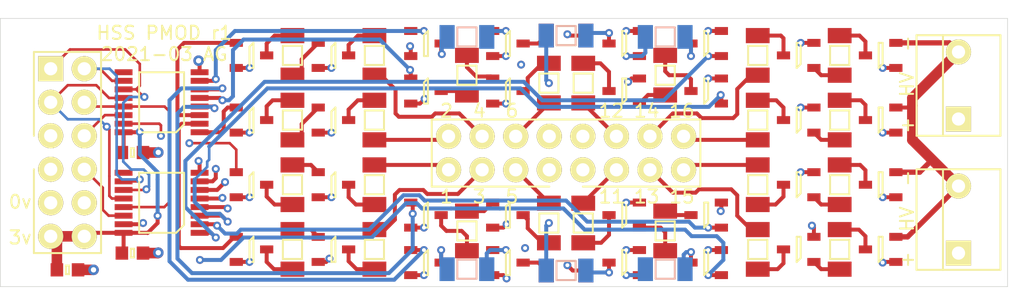
<source format=kicad_pcb>
(kicad_pcb (version 20221018) (generator pcbnew)
  (layers (0 "F.Cu" signal) (1 "In1.Cu" signal) (2 "In2.Cu" signal) (31 "B.Cu" signal) (35 "F.Paste" user) (36 "B.SilkS" user "B.Silkscreen") (37 "F.SilkS" user "F.Silkscreen") (38 "B.Mask" user) (39 "F.Mask" user) (44 "Edge.Cuts" user))
  (net 0 "")
  (net 1 "3v3")
  (net 2 "GND")
  (net 3 "/G1")
  (net 4 "/DS1")
  (net 5 "/~{OE}")
  (net 6 "/STCP")
  (net 7 "/SHCP")
  (net 8 "/~{MR}")
  (net 10 "/G8")
  (net 11 "/G7")
  (net 12 "/G6")
  (net 13 "/G5")
  (net 14 "/G4")
  (net 15 "/G3")
  (net 16 "/G2")
  (net 17 "/G9")
  (net 18 "/DS2")
  (net 20 "/G16")
  (net 21 "/G15")
  (net 22 "/G14")
  (net 23 "/G13")
  (net 24 "/G12")
  (net 25 "/G11")
  (net 26 "/G10")
  (net 27 "HV-")
  (net 28 "HV+")
  (net 29 "/AN16")
  (net 30 "/AN15")
  (net 31 "/AN14")
  (net 32 "/AN13")
  (net 33 "/AN12")
  (net 34 "/AN11")
  (net 35 "/AN10")
  (net 36 "/AN9")
  (net 37 "/AN8")
  (net 38 "/AN7")
  (net 39 "/AN6")
  (net 40 "/AN5")
  (net 41 "/AN4")
  (net 42 "/AN3")
  (net 43 "/AN2")
  (net 44 "/AN1")
  (net 45 "/High-Side Switch 1/AR")
  (net 46 "Net-(Q1-Pad1)")
  (net 47 "Net-(Q2-Pad3)")
  (net 48 "/High-Side Switch 16/AR")
  (net 49 "Net-(Q3-Pad1)")
  (net 50 "Net-(Q4-Pad3)")
  (net 51 "/High-Side Switch 14/AR")
  (net 52 "Net-(Q5-Pad1)")
  (net 53 "Net-(Q6-Pad3)")
  (net 54 "/High-Side Switch 12/AR")
  (net 55 "Net-(Q7-Pad1)")
  (net 56 "Net-(Q8-Pad3)")
  (net 57 "/High-Side Switch 10/AR")
  (net 58 "Net-(Q9-Pad1)")
  (net 59 "Net-(Q10-Pad3)")
  (net 60 "/High-Side Switch 8/AR")
  (net 61 "Net-(Q11-Pad1)")
  (net 62 "Net-(Q12-Pad3)")
  (net 63 "/High-Side Switch 6/AR")
  (net 64 "Net-(Q13-Pad1)")
  (net 65 "Net-(Q14-Pad3)")
  (net 66 "/High-Side Switch 4/AR")
  (net 67 "Net-(Q15-Pad1)")
  (net 68 "Net-(Q16-Pad3)")
  (net 69 "/High-Side Switch 2/AR")
  (net 70 "Net-(Q17-Pad1)")
  (net 71 "Net-(Q18-Pad3)")
  (net 72 "/High-Side Switch 15/AR")
  (net 73 "Net-(Q19-Pad1)")
  (net 74 "Net-(Q20-Pad3)")
  (net 75 "/High-Side Switch 13/AR")
  (net 76 "Net-(Q21-Pad1)")
  (net 77 "Net-(Q22-Pad3)")
  (net 78 "/High-Side Switch 11/AR")
  (net 79 "Net-(Q23-Pad1)")
  (net 80 "Net-(Q24-Pad3)")
  (net 81 "/High-Side Switch 9/AR")
  (net 82 "Net-(Q25-Pad1)")
  (net 83 "Net-(Q26-Pad3)")
  (net 84 "/High-Side Switch 7/AR")
  (net 85 "Net-(Q27-Pad1)")
  (net 86 "Net-(Q28-Pad3)")
  (net 87 "/High-Side Switch 5/AR")
  (net 88 "Net-(Q29-Pad1)")
  (net 89 "Net-(Q30-Pad3)")
  (net 90 "/High-Side Switch 3/AR")
  (net 91 "Net-(Q31-Pad1)")
  (net 92 "Net-(Q32-Pad3)")
  (footprint "agg:1206" (layer "F.Cu") (at 123.7 119.1 90)
    (fp_text reference "R31")
    (fp_text value "1M")
  )
  (footprint "agg:DIL-254P-16" (layer "F.Cu") (at 144.4 111.8)
    (fp_text reference "J4")
    (fp_text value "ANODES")
  )
  (footprint "agg:SOT-23" (layer "F.Cu") (at 168.2 104.4 180)
    (fp_text reference "Q6")
    (fp_text value "DMN60H080DS-7")
  )
  (footprint "agg:SOT-23" (layer "F.Cu") (at 120.6 104.4)
    (fp_text reference "Q16")
    (fp_text value "DMN60H080DS-7")
  )
  (footprint "agg:0603" (layer "F.Cu") (at 111.595 111.76 180)
    (fp_text reference "C1")
    (fp_text value "100n")
  )
  (footprint "agg:1206" (layer "F.Cu") (at 151.9 105.9 -90)
    (fp_text reference "R7")
    (fp_text value "1M")
  )
  (footprint "agg:SOT-23" (layer "F.Cu") (at 126.8 114.2)
    (fp_text reference "Q1")
    (fp_text value "PBHV9050T,215")
  )
  (footprint "agg:SOT-23" (layer "F.Cu") (at 133.8 103.5)
    (fp_text reference "Q12")
    (fp_text value "DMN60H080DS-7")
  )
  (footprint "agg:SOT-23" (layer "F.Cu") (at 148.8 120.1 180)
    (fp_text reference "Q25")
    (fp_text value "PBHV9050T,215")
  )
  (footprint "agg:SOT-23" (layer "F.Cu") (at 168.2 119.1 180)
    (fp_text reference "Q22")
    (fp_text value "DMN60H080DS-7")
  )
  (footprint "agg:SOT-23" (layer "F.Cu") (at 140 116.5)
    (fp_text reference "Q29")
    (fp_text value "PBHV9050T,215")
  )
  (footprint "agg:1206" (layer "F.Cu") (at 129.9 109.3 -90)
    (fp_text reference "R18")
    (fp_text value "93k1")
  )
  (footprint "agg:SOT-23" (layer "F.Cu") (at 126.8 109.3)
    (fp_text reference "Q17")
    (fp_text value "PBHV9050T,215")
  )
  (footprint "agg:1206" (layer "F.Cu") (at 129.9 119.1 90)
    (fp_text reference "R32")
    (fp_text value "93k1")
  )
  (footprint "agg:TSSOP-16" (layer "F.Cu") (at 113.8 107.95 180)
    (fp_text reference "IC1")
    (fp_text value "74HC595")
  )
  (footprint "agg:1206" (layer "F.Cu") (at 165.1 114.2 -90)
    (fp_text reference "R19")
    (fp_text value "1M")
  )
  (footprint "agg:SOT-23" (layer "F.Cu") (at 162 109.3 180)
    (fp_text reference "Q3")
    (fp_text value "PBHV9050T,215")
  )
  (footprint "agg:SOT-23" (layer "F.Cu") (at 148.8 107.1 180)
    (fp_text reference "Q7")
    (fp_text value "PBHV9050T,215")
  )
  (footprint "agg:SOT-23" (layer "F.Cu") (at 155 103.5 180)
    (fp_text reference "Q10")
    (fp_text value "DMN60H080DS-7")
  )
  (footprint "agg:SOT-23" (layer "F.Cu") (at 126.8 119.1)
    (fp_text reference "Q31")
    (fp_text value "PBHV9050T,215")
  )
  (footprint "agg:SOT-23" (layer "F.Cu") (at 140 103.5)
    (fp_text reference "Q11")
    (fp_text value "PBHV9050T,215")
  )
  (footprint "agg:SOT-23" (layer "F.Cu") (at 140 107.1)
    (fp_text reference "Q13")
    (fp_text value "PBHV9050T,215")
  )
  (footprint "agg:SOT-23" (layer "F.Cu") (at 155 120.1 180)
    (fp_text reference "Q26")
    (fp_text value "DMN60H080DS-7")
  )
  (footprint "agg:SOT-23" (layer "F.Cu") (at 120.6 109.3)
    (fp_text reference "Q18")
    (fp_text value "DMN60H080DS-7")
  )
  (footprint "agg:SOT-23" (layer "F.Cu") (at 148.8 116.5 180)
    (fp_text reference "Q23")
    (fp_text value "PBHV9050T,215")
  )
  (footprint "agg:TSSOP-16" (layer "F.Cu") (at 113.8 115.57 180)
    (fp_text reference "IC2")
    (fp_text value "74HC595")
  )
  (footprint "agg:1206" (layer "F.Cu") (at 129.9 114.2 90)
    (fp_text reference "R2")
    (fp_text value "93k1")
  )
  (footprint "agg:1206" (layer "F.Cu") (at 151.9 117.7 -90)
    (fp_text reference "R23")
    (fp_text value "1M")
  )
  (footprint "agg:1206" (layer "F.Cu") (at 158.9 109.3 -90)
    (fp_text reference "R4")
    (fp_text value "93k1")
  )
  (footprint "agg:1206" (layer "F.Cu") (at 123.7 109.3 -90)
    (fp_text reference "R17")
    (fp_text value "1M")
  )
  (footprint "agg:SOT-23" (layer "F.Cu") (at 162 104.4 180)
    (fp_text reference "Q5")
    (fp_text value "PBHV9050T,215")
  )
  (footprint "agg:MOLEX-KK-254P-03" (layer "F.Cu") (at 174.09 106.68 90)
    (fp_text reference "J1")
    (fp_text value "HV")
  )
  (footprint "agg:1206" (layer "F.Cu") (at 165.1 104.4 -90)
    (fp_text reference "R5")
    (fp_text value "1M")
  )
  (footprint "agg:SOT-23" (layer "F.Cu") (at 162 114.2 180)
    (fp_text reference "Q19")
    (fp_text value "PBHV9050T,215")
  )
  (footprint "agg:SOT-23" (layer "F.Cu") (at 148.8 103.5 180)
    (fp_text reference "Q9")
    (fp_text value "PBHV9050T,215")
  )
  (footprint "agg:1206" (layer "F.Cu") (at 136.9 117.7 90)
    (fp_text reference "R29")
    (fp_text value "1M")
  )
  (footprint "agg:SOT-23" (layer "F.Cu") (at 168.2 109.3 180)
    (fp_text reference "Q4")
    (fp_text value "DMN60H080DS-7")
  )
  (footprint "agg:1206" (layer "F.Cu") (at 165.1 119.1 -90)
    (fp_text reference "R21")
    (fp_text value "1M")
  )
  (footprint "agg:SOT-23" (layer "F.Cu") (at 140 120.1)
    (fp_text reference "Q27")
    (fp_text value "PBHV9050T,215")
  )
  (footprint "agg:1206" (layer "F.Cu") (at 143.1 117.1 90)
    (fp_text reference "R30")
    (fp_text value "93k1")
  )
  (footprint "agg:1206" (layer "F.Cu") (at 158.9 119.1 90)
    (fp_text reference "R22")
    (fp_text value "93k1")
  )
  (footprint "agg:SOT-23" (layer "F.Cu") (at 133.8 107.1)
    (fp_text reference "Q14")
    (fp_text value "DMN60H080DS-7")
  )
  (footprint "agg:1206" (layer "F.Cu") (at 145.7 117.1 90)
    (fp_text reference "R24")
    (fp_text value "93k1")
  )
  (footprint "agg:SOT-23" (layer "F.Cu") (at 120.6 114.2)
    (fp_text reference "Q2")
    (fp_text value "DMN60H080DS-7")
  )
  (footprint "agg:1206" (layer "F.Cu") (at 144.4 120.7)
    (fp_text reference "R28")
    (fp_text value "93k1")
  )
  (footprint "agg:SOT-23" (layer "F.Cu") (at 133.8 116.5)
    (fp_text reference "Q30")
    (fp_text value "DMN60H080DS-7")
  )
  (footprint "agg:SOT-23" (layer "F.Cu") (at 120.6 119.1)
    (fp_text reference "Q32")
    (fp_text value "DMN60H080DS-7")
  )
  (footprint "agg:1206" (layer "F.Cu") (at 158.9 114.2 90)
    (fp_text reference "R20")
    (fp_text value "93k1")
  )
  (footprint "agg:SOT-23" (layer "F.Cu") (at 126.8 104.4)
    (fp_text reference "Q15")
    (fp_text value "PBHV9050T,215")
  )
  (footprint "agg:1206" (layer "F.Cu") (at 145.7 106.5 -90)
    (fp_text reference "R8")
    (fp_text value "93k1")
  )
  (footprint "agg:1206" (layer "F.Cu") (at 144.4 102.9)
    (fp_text reference "R12")
    (fp_text value "93k1")
  )
  (footprint "agg:1206" (layer "F.Cu") (at 158.9 104.4 -90)
    (fp_text reference "R6")
    (fp_text value "93k1")
  )
  (footprint "agg:1206" (layer "F.Cu") (at 129.9 104.4 -90)
    (fp_text reference "R16")
    (fp_text value "93k1")
  )
  (footprint "agg:SOT-23" (layer "F.Cu") (at 168.2 114.2 180)
    (fp_text reference "Q20")
    (fp_text value "DMN60H080DS-7")
  )
  (footprint "agg:1206" (layer "F.Cu") (at 143.1 106.5 -90)
    (fp_text reference "R14")
    (fp_text value "93k1")
  )
  (footprint "agg:SOT-23" (layer "F.Cu") (at 162 119.1 180)
    (fp_text reference "Q21")
    (fp_text value "PBHV9050T,215")
  )
  (footprint "agg:0603" (layer "F.Cu") (at 111.595 119.38 180)
    (fp_text reference "C3")
    (fp_text value "100n")
  )
  (footprint "agg:1206" (layer "F.Cu") (at 136.9 105.9 90)
    (fp_text reference "R13")
    (fp_text value "1M")
  )
  (footprint "agg:SOT-23" (layer "F.Cu") (at 155 116.5 180)
    (fp_text reference "Q24")
    (fp_text value "DMN60H080DS-7")
  )
  (footprint "agg:1206" (layer "F.Cu") (at 123.7 104.4 -90)
    (fp_text reference "R15")
    (fp_text value "1M")
  )
  (footprint "agg:1206" (layer "F.Cu") (at 165.1 109.3 -90)
    (fp_text reference "R3")
    (fp_text value "1M")
  )
  (footprint "agg:MOLEX-KK-254P-03" (layer "F.Cu") (at 174.09 116.84 90)
    (fp_text reference "J2")
    (fp_text value "HV")
  )
  (footprint "agg:SOT-23" (layer "F.Cu") (at 155 107.1 180)
    (fp_text reference "Q8")
    (fp_text value "DMN60H080DS-7")
  )
  (footprint "agg:1206" (layer "F.Cu") (at 123.7 114.2 90)
    (fp_text reference "R1")
    (fp_text value "1M")
  )
  (footprint "agg:0603" (layer "F.Cu") (at 106.68 120.65)
    (fp_text reference "C2")
    (fp_text value "100n")
  )
  (footprint "agg:DIL-254P-12" (layer "F.Cu") (at 106.68 111.76 -90)
    (fp_text reference "J3")
    (fp_text value "PMOD")
  )
  (footprint "agg:SOT-23" (layer "F.Cu") (at 133.8 120.1)
    (fp_text reference "Q28")
    (fp_text value "DMN60H080DS-7")
  )
  (footprint "agg:1206" (layer "B.Cu") (at 144.4 102.9 180)
    (fp_text reference "R10")
    (fp_text value "93k1")
  )
  (footprint "agg:1206" (layer "B.Cu") (at 136.9 103)
    (fp_text reference "R11")
    (fp_text value "1M")
  )
  (footprint "agg:1206" (layer "B.Cu") (at 136.9 120.6)
    (fp_text reference "R27")
    (fp_text value "1M")
  )
  (footprint "agg:1206" (layer "B.Cu") (at 151.9 120.6 180)
    (fp_text reference "R25")
    (fp_text value "1M")
  )
  (footprint "agg:1206" (layer "B.Cu") (at 151.9 103 180)
    (fp_text reference "R9")
    (fp_text value "1M")
  )
  (footprint "agg:1206" (layer "B.Cu") (at 144.4 120.7 180)
    (fp_text reference "R26")
    (fp_text value "93k1")
  )
  (gr_line (start 177.8 101.6) (end 101.6 101.6) (stroke (width 0.05)) (layer "Edge.Cuts"))
  (gr_line (start 101.6 121.92) (end 177.8 121.92) (stroke (width 0.05)) (layer "Edge.Cuts"))
  (gr_line (start 177.8 121.92) (end 177.8 101.6) (stroke (width 0.05)) (layer "Edge.Cuts"))
  (gr_line (start 101.6 101.6) (end 101.6 121.92) (stroke (width 0.05)) (layer "Edge.Cuts"))
  (gr_text "3v" (at 103.1 118.2) (layer "F.SilkS") (effects (font (size 1 1))))
  (gr_text "1  3  5        11 13 15" (at 144.5 115.1) (layer "F.SilkS") (effects (font (size 1 1))))
  (gr_text "2  4  6        12 14 16" (at 144.5 108.6) (layer "F.SilkS") (effects (font (size 1 1))))
  (gr_text "0v" (at 103.1 115.5) (layer "F.SilkS") (effects (font (size 1 1))))
  (gr_text "+  HV  -" (at 170.2 116.8 90) (layer "F.SilkS") (effects (font (size 1 1))))
  (gr_text "HSS PMOD r1\n2021-03 AG" (at 114 103.5) (layer "F.SilkS") (effects (font (size 1 1))))
  (gr_text "+  HV  -" (at 170.2 106.6 90) (layer "F.SilkS") (effects (font (size 1 1))))
  (segment (start 112.125 110.225) (end 112.15 110.2) (width 0.3) (layer "F.Cu") (net 1))
  (segment (start 110.925 110.225) (end 110.925 111.63) (width 0.3) (layer "F.Cu") (net 1))
  (segment (start 105.88 118.58) (end 105.41 118.11) (width 0.8) (layer "F.Cu") (net 1))
  (segment (start 110.925 117.845) (end 108.215 117.845) (width 0.3) (layer "F.Cu") (net 1))
  (segment (start 110.925 117.845) (end 110.925 119.25) (width 0.3) (layer "F.Cu") (net 1))
  (segment (start 113.5 117.1) (end 112.75 117.85) (width 0.3) (layer "F.Cu") (net 1))
  (segment (start 105.41 118.11) (end 107.95 118.11) (width 0.8) (layer "F.Cu") (net 1))
  (segment (start 112.745 117.845) (end 110.925 117.845) (width 0.3) (layer "F.Cu") (net 1))
  (segment (start 110.925 110.225) (end 112.125 110.225) (width 0.3) (layer "F.Cu") (net 1))
  (segment (start 110.925 111.63) (end 110.795 111.76) (width 0.3) (layer "F.Cu") (net 1))
  (segment (start 105.88 120.65) (end 105.88 118.58) (width 0.8) (layer "F.Cu") (net 1))
  (segment (start 113.5 116.55) (end 113.5 117.1) (width 0.3) (layer "F.Cu") (net 1))
  (segment (start 112.75 117.85) (end 112.745 117.845) (width 0.3) (layer "F.Cu") (net 1))
  (segment (start 108.215 117.845) (end 107.95 118.11) (width 0.3) (layer "F.Cu") (net 1))
  (segment (start 110.925 119.25) (end 110.795 119.38) (width 0.3) (layer "F.Cu") (net 1))
  (via (at 113.5 116.55) (size 0.6) (drill 0.3) (layers "F.Cu" "B.Cu") (net 1))
  (via (at 112.15 110.2) (size 0.6) (drill 0.3) (layers "F.Cu" "B.Cu") (net 1))
  (segment (start 113.2 112.95) (end 113.5 113.25) (width 0.3) (layer "B.Cu") (net 1))
  (segment (start 113.5 113.8) (end 113.5 116.55) (width 0.3) (layer "B.Cu") (net 1))
  (segment (start 113.5 113.25) (end 113.5 113.8) (width 0.3) (layer "B.Cu") (net 1))
  (segment (start 112.15 110.2) (end 112.15 111.9) (width 0.3) (layer "B.Cu") (net 1))
  (segment (start 112.15 111.9) (end 113.2 112.95) (width 0.3) (layer "B.Cu") (net 1))
  (segment (start 116.675 104.875) (end 116.6 104.8) (width 0.3) (layer "F.Cu") (net 2))
  (segment (start 116.675 105.675) (end 116.675 104.875) (width 0.3) (layer "F.Cu") (net 2))
  (segment (start 112.395 111.76) (end 113.54 111.76) (width 0.8) (layer "F.Cu") (net 2))
  (segment (start 107.48 120.65) (end 108.65 120.65) (width 0.8) (layer "F.Cu") (net 2))
  (segment (start 113.54 111.76) (end 113.55 111.75) (width 0.8) (layer "F.Cu") (net 2))
  (segment (start 112.395 119.38) (end 113.52 119.38) (width 0.8) (layer "F.Cu") (net 2))
  (segment (start 113.52 119.38) (end 113.55 119.35) (width 0.8) (layer "F.Cu") (net 2))
  (segment (start 116.675 112.475) (end 116.6 112.4) (width 0.3) (layer "F.Cu") (net 2))
  (segment (start 116.675 113.295) (end 116.675 112.475) (width 0.3) (layer "F.Cu") (net 2))
  (via (at 113.55 119.35) (size 0.8) (drill 0.4) (layers "F.Cu" "B.Cu") (net 2))
  (via (at 108.65 120.65) (size 0.8) (drill 0.4) (layers "F.Cu" "B.Cu") (net 2))
  (via (at 113.55 111.75) (size 0.8) (drill 0.4) (layers "F.Cu" "B.Cu") (net 2))
  (via (at 116.6 112.4) (size 0.6) (drill 0.3) (layers "F.Cu" "B.Cu") (net 2))
  (via (at 116.6 104.8) (size 0.8) (drill 0.4) (layers "F.Cu" "B.Cu") (net 2))
  (segment (start 113.625 109.575) (end 113.7 109.65) (width 0.2) (layer "F.Cu") (net 3))
  (segment (start 119.45 111.55) (end 119.45 113.25) (width 0.2) (layer "F.Cu") (net 3))
  (segment (start 113.7 109.65) (end 113.75 109.7) (width 0.2) (layer "F.Cu") (net 3))
  (segment (start 118.95 111.05) (end 119.45 111.55) (width 0.2) (layer "F.Cu") (net 3))
  (segment (start 115.9 111.05) (end 118.95 111.05) (width 0.2) (layer "F.Cu") (net 3))
  (segment (start 113.75 109.7) (end 113.75 110.5) (width 0.2) (layer "F.Cu") (net 3))
  (segment (start 110.925 109.575) (end 113.625 109.575) (width 0.2) (layer "F.Cu") (net 3))
  (via (at 115.9 111.05) (size 0.6) (drill 0.3) (layers "F.Cu" "B.Cu") (net 3))
  (via (at 113.75 110.5) (size 0.6) (drill 0.3) (layers "F.Cu" "B.Cu") (net 3))
  (segment (start 109.515 108.925) (end 107.95 110.49) (width 0.2) (layer "F.Cu") (net 4))
  (segment (start 110.925 108.925) (end 109.515 108.925) (width 0.2) (layer "F.Cu") (net 4))
  (segment (start 110.925 108.275) (end 114.025 108.275) (width 0.2) (layer "F.Cu") (net 5))
  (segment (start 114.45 108.7) (end 114.45 115.45) (width 0.2) (layer "F.Cu") (net 5))
  (segment (start 108.275 108.275) (end 107.95 107.95) (width 0.2) (layer "F.Cu") (net 5))
  (segment (start 110.925 108.275) (end 108.275 108.275) (width 0.2) (layer "F.Cu") (net 5))
  (segment (start 114.025 108.275) (end 114.45 108.7) (width 0.2) (layer "F.Cu") (net 5))
  (segment (start 114.45 115.45) (end 114.005 115.895) (width 0.2) (layer "F.Cu") (net 5))
  (segment (start 114.005 115.895) (end 110.925 115.895) (width 0.2) (layer "F.Cu") (net 5))
  (segment (start 109.825 107.625) (end 108.860011 106.660011) (width 0.2) (layer "F.Cu") (net 6))
  (segment (start 109.85 115.05) (end 109.85 113.55) (width 0.2) (layer "F.Cu") (net 6))
  (segment (start 106.699989 106.660011) (end 105.41 107.95) (width 0.2) (layer "F.Cu") (net 6))
  (segment (start 110.045 115.245) (end 109.85 115.05) (width 0.2) (layer "F.Cu") (net 6))
  (segment (start 110.925 115.245) (end 110.045 115.245) (width 0.2) (layer "F.Cu") (net 6))
  (segment (start 109.85 113.55) (end 109.85 110) (width 0.2) (layer "F.Cu") (net 6))
  (segment (start 109.85 110) (end 109.65 109.8) (width 0.2) (layer "F.Cu") (net 6))
  (segment (start 108.860011 106.660011) (end 106.699989 106.660011) (width 0.2) (layer "F.Cu") (net 6))
  (segment (start 110.925 107.625) (end 109.825 107.625) (width 0.2) (layer "F.Cu") (net 6))
  (via (at 109.65 109.8) (size 0.6) (drill 0.3) (layers "F.Cu" "B.Cu") (net 6))
  (segment (start 106.699989 109.239989) (end 105.41 107.95) (width 0.2) (layer "B.Cu") (net 6))
  (segment (start 109.089989 109.239989) (end 106.699989 109.239989) (width 0.2) (layer "B.Cu") (net 6))
  (segment (start 109.65 109.8) (end 109.089989 109.239989) (width 0.2) (layer "B.Cu") (net 6))
  (segment (start 112.605 114.595) (end 112.65 114.55) (width 0.2) (layer "F.Cu") (net 7))
  (segment (start 112.5 107.55) (end 112.45 107.55) (width 0.2) (layer "F.Cu") (net 7))
  (segment (start 111.05 103.95) (end 112.15 105.05) (width 0.2) (layer "F.Cu") (net 7))
  (segment (start 111.875 106.975) (end 110.925 106.975) (width 0.2) (layer "F.Cu") (net 7))
  (segment (start 106.87 103.95) (end 111.05 103.95) (width 0.2) (layer "F.Cu") (net 7))
  (segment (start 112.15 106.7) (end 111.875 106.975) (width 0.2) (layer "F.Cu") (net 7))
  (segment (start 110.925 114.595) (end 112.605 114.595) (width 0.2) (layer "F.Cu") (net 7))
  (segment (start 112.15 105.05) (end 112.15 106.7) (width 0.2) (layer "F.Cu") (net 7))
  (segment (start 112.45 107.55) (end 111.875 106.975) (width 0.2) (layer "F.Cu") (net 7))
  (segment (start 105.41 105.41) (end 106.87 103.95) (width 0.2) (layer "F.Cu") (net 7))
  (via (at 112.65 114.55) (size 0.6) (drill 0.3) (layers "F.Cu" "B.Cu") (net 7))
  (via (at 112.5 107.55) (size 0.6) (drill 0.3) (layers "F.Cu" "B.Cu") (net 7))
  (segment (start 112.85 114.35) (end 112.85 113.45) (width 0.2) (layer "B.Cu") (net 7))
  (segment (start 112.65 114.55) (end 112.85 114.35) (width 0.2) (layer "B.Cu") (net 7))
  (segment (start 111.35 107.55) (end 112.5 107.55) (width 0.2) (layer "B.Cu") (net 7))
  (segment (start 111.5 113.05) (end 110.9 112.45) (width 0.2) (layer "B.Cu") (net 7))
  (segment (start 110.9 112.45) (end 110.9 108) (width 0.2) (layer "B.Cu") (net 7))
  (segment (start 112.45 113.05) (end 111.5 113.05) (width 0.2) (layer "B.Cu") (net 7))
  (segment (start 110.9 108) (end 111.35 107.55) (width 0.2) (layer "B.Cu") (net 7))
  (segment (start 112.85 113.45) (end 112.45 113.05) (width 0.2) (layer "B.Cu") (net 7))
  (segment (start 112.005 113.945) (end 112.15 113.8) (width 0.2) (layer "F.Cu") (net 8))
  (segment (start 110.925 113.945) (end 112.005 113.945) (width 0.2) (layer "F.Cu") (net 8))
  (segment (start 110.05 106.325) (end 109.135 105.41) (width 0.2) (layer "F.Cu") (net 8))
  (segment (start 109.135 105.41) (end 107.95 105.41) (width 0.2) (layer "F.Cu") (net 8))
  (segment (start 110.925 106.325) (end 110.05 106.325) (width 0.2) (layer "F.Cu") (net 8))
  (via (at 112.15 113.8) (size 0.6) (drill 0.3) (layers "F.Cu" "B.Cu") (net 8))
  (segment (start 109.84 105.41) (end 107.95 105.41) (width 0.2) (layer "B.Cu") (net 8))
  (segment (start 112.15 113.8) (end 110.8 113.8) (width 0.2) (layer "B.Cu") (net 8))
  (segment (start 110.4 105.95) (end 109.85 105.4) (width 0.2) (layer "B.Cu") (net 8))
  (segment (start 110.8 113.8) (end 110.4 113.4) (width 0.2) (layer "B.Cu") (net 8))
  (segment (start 110.4 113.4) (end 110.4 105.95) (width 0.2) (layer "B.Cu") (net 8))
  (segment (start 109.85 105.4) (end 109.84 105.41) (width 0.2) (layer "B.Cu") (net 8))
  (segment (start 116.675 106.325) (end 117.775 106.325) (width 0.3) (layer "F.Cu") (net 10))
  (segment (start 132.65 102.55) (end 133.65 102.55) (width 0.3) (layer "F.Cu") (net 10))
  (segment (start 117.775 106.325) (end 117.9 106.2) (width 0.3) (layer "F.Cu") (net 10))
  (via (at 133.65 102.55) (size 0.6) (drill 0.3) (layers "F.Cu" "B.Cu") (net 10))
  (via (at 117.9 106.2) (size 0.6) (drill 0.3) (layers "F.Cu" "B.Cu") (net 10))
  (segment (start 119.35 102.55) (end 117.9 104) (width 0.3) (layer "B.Cu") (net 10))
  (segment (start 117.9 104) (end 117.9 106.2) (width 0.3) (layer "B.Cu") (net 10))
  (segment (start 133.65 102.55) (end 119.35 102.55) (width 0.3) (layer "B.Cu") (net 10))
  (segment (start 116.675 106.975) (end 118.325 106.975) (width 0.3) (layer "F.Cu") (net 11))
  (segment (start 118.325 106.975) (end 118.4 106.9) (width 0.3) (layer "F.Cu") (net 11))
  (segment (start 132.65 119.15) (end 133.65 119.15) (width 0.3) (layer "F.Cu") (net 11))
  (via (at 118.4 106.9) (size 0.6) (drill 0.3) (layers "F.Cu" "B.Cu") (net 11))
  (via (at 133.65 119.15) (size 0.6) (drill 0.3) (layers "F.Cu" "B.Cu") (net 11))
  (segment (start 115.3 106.9) (end 118.4 106.9) (width 0.3) (layer "B.Cu") (net 11))
  (segment (start 131.4 121.4) (end 115.8 121.4) (width 0.3) (layer "B.Cu") (net 11))
  (segment (start 115.8 121.4) (end 114.4 120) (width 0.3) (layer "B.Cu") (net 11))
  (segment (start 114.4 107.8) (end 115.3 106.9) (width 0.3) (layer "B.Cu") (net 11))
  (segment (start 133.65 119.15) (end 131.4 121.4) (width 0.3) (layer "B.Cu") (net 11))
  (segment (start 114.4 120) (end 114.4 107.8) (width 0.3) (layer "B.Cu") (net 11))
  (segment (start 118.225 107.625) (end 118.4 107.8) (width 0.3) (layer "F.Cu") (net 12))
  (segment (start 116.675 107.625) (end 118.225 107.625) (width 0.3) (layer "F.Cu") (net 12))
  (segment (start 132.65 106.15) (end 132.65 105.55) (width 0.3) (layer "F.Cu") (net 12))
  (segment (start 132.65 105.55) (end 132.6 105.5) (width 0.3) (layer "F.Cu") (net 12))
  (via (at 132.6 105.5) (size 0.6) (drill 0.3) (layers "F.Cu" "B.Cu") (net 12))
  (via (at 118.4 107.8) (size 0.6) (drill 0.3) (layers "F.Cu" "B.Cu") (net 12))
  (segment (start 130.3 103.2) (end 132.6 105.5) (width 0.3) (layer "B.Cu") (net 12))
  (segment (start 120 103.2) (end 119.2 104) (width 0.3) (layer "B.Cu") (net 12))
  (segment (start 119.2 107.5) (end 118.9 107.8) (width 0.3) (layer "B.Cu") (net 12))
  (segment (start 119.2 104) (end 119.2 107.5) (width 0.3) (layer "B.Cu") (net 12))
  (segment (start 118.9 107.8) (end 118.4 107.8) (width 0.3) (layer "B.Cu") (net 12))
  (segment (start 120 103.2) (end 130.3 103.2) (width 0.3) (layer "B.Cu") (net 12))
  (segment (start 132.8 116.4) (end 132.8 115.7) (width 0.3) (layer "F.Cu") (net 13))
  (segment (start 116.675 108.275) (end 117.675 108.275) (width 0.3) (layer "F.Cu") (net 13))
  (segment (start 132.8 115.7) (end 132.65 115.55) (width 0.3) (layer "F.Cu") (net 13))
  (segment (start 117.675 108.275) (end 117.8 108.4) (width 0.3) (layer "F.Cu") (net 13))
  (via (at 117.8 108.4) (size 0.6) (drill 0.3) (layers "F.Cu" "B.Cu") (net 13))
  (via (at 132.8 116.4) (size 0.6) (drill 0.3) (layers "F.Cu" "B.Cu") (net 13))
  (segment (start 116.1 120.9) (end 115 119.8) (width 0.3) (layer "B.Cu") (net 13))
  (segment (start 117.7 108.3) (end 117.8 108.4) (width 0.3) (layer "B.Cu") (net 13))
  (segment (start 132.8 116.4) (end 132.8 119.1) (width 0.3) (layer "B.Cu") (net 13))
  (segment (start 115 119.8) (end 115 108.8) (width 0.3) (layer "B.Cu") (net 13))
  (segment (start 115 108.8) (end 115.5 108.3) (width 0.3) (layer "B.Cu") (net 13))
  (segment (start 131 120.9) (end 116.1 120.9) (width 0.3) (layer "B.Cu") (net 13))
  (segment (start 132.8 119.1) (end 131 120.9) (width 0.3) (layer "B.Cu") (net 13))
  (segment (start 115.5 108.3) (end 117.7 108.3) (width 0.3) (layer "B.Cu") (net 13))
  (segment (start 115.225 108.925) (end 115 108.7) (width 0.3) (layer "F.Cu") (net 14))
  (segment (start 115 103.95) (end 115.5 103.45) (width 0.3) (layer "F.Cu") (net 14))
  (segment (start 115.5 103.45) (end 119.45 103.45) (width 0.3) (layer "F.Cu") (net 14))
  (segment (start 116.675 108.925) (end 115.225 108.925) (width 0.3) (layer "F.Cu") (net 14))
  (segment (start 115 108.7) (end 115 103.95) (width 0.3) (layer "F.Cu") (net 14))
  (segment (start 118.45 119) (end 119.3 118.15) (width 0.3) (layer "F.Cu") (net 15))
  (segment (start 115.1 109.8) (end 115.1 118.85) (width 0.3) (layer "F.Cu") (net 15))
  (segment (start 115.1 118.85) (end 115.25 119) (width 0.3) (layer "F.Cu") (net 15))
  (segment (start 115.325 109.575) (end 115.1 109.8) (width 0.3) (layer "F.Cu") (net 15))
  (segment (start 115.25 119) (end 118.45 119) (width 0.3) (layer "F.Cu") (net 15))
  (segment (start 119.3 118.15) (end 119.45 118.15) (width 0.3) (layer "F.Cu") (net 15))
  (segment (start 116.675 109.575) (end 115.325 109.575) (width 0.3) (layer "F.Cu") (net 15))
  (segment (start 116.675 110.225) (end 118.275 110.225) (width 0.3) (layer "F.Cu") (net 16))
  (segment (start 118.8 108.35) (end 119.45 108.35) (width 0.3) (layer "F.Cu") (net 16))
  (segment (start 118.5 110) (end 118.5 108.65) (width 0.3) (layer "F.Cu") (net 16))
  (segment (start 118.5 108.65) (end 118.8 108.35) (width 0.3) (layer "F.Cu") (net 16))
  (segment (start 118.275 110.225) (end 118.5 110) (width 0.3) (layer "F.Cu") (net 16))
  (segment (start 110.925 117.195) (end 112.305 117.195) (width 0.3) (layer "F.Cu") (net 17))
  (segment (start 112.305 117.195) (end 112.4 117.1) (width 0.3) (layer "F.Cu") (net 17))
  (segment (start 156.15 121.05) (end 155.15 121.05) (width 0.3) (layer "F.Cu") (net 17))
  (via (at 155.15 121.05) (size 0.6) (drill 0.3) (layers "F.Cu" "B.Cu") (net 17))
  (via (at 112.4 117.1) (size 0.6) (drill 0.3) (layers "F.Cu" "B.Cu") (net 17))
  (via (at 116.7 119.9) (size 0.6) (drill 0.3) (layers "F.Cu" "B.Cu") (net 17))
  (segment (start 156.3 118.6) (end 155.9 118.2) (width 0.3) (layer "B.Cu") (net 17))
  (segment (start 155.8 118.1) (end 153.9 118.1) (width 0.3) (layer "B.Cu") (net 17))
  (segment (start 156.3 119.3) (end 156.3 118.6) (width 0.3) (layer "B.Cu") (net 17))
  (segment (start 133.2 115.7) (end 133.1 115.6) (width 0.3) (layer "B.Cu") (net 17))
  (segment (start 125 118.2) (end 120 118.2) (width 0.3) (layer "B.Cu") (net 17))
  (segment (start 129.7 118.2) (end 125 118.2) (width 0.3) (layer "B.Cu") (net 17))
  (segment (start 118.7 119.5) (end 118.3 119.9) (width 0.3) (layer "B.Cu") (net 17))
  (segment (start 155.9 118.2) (end 155.8 118.1) (width 0.3) (layer "B.Cu") (net 17))
  (segment (start 132.3 115.6) (end 129.7 118.2) (width 0.3) (layer "B.Cu") (net 17))
  (segment (start 155.15 121.05) (end 156.3 119.9) (width 0.3) (layer "B.Cu") (net 17))
  (segment (start 147.7 117.6) (end 145.8 117.6) (width 0.3) (layer "B.Cu") (net 17))
  (segment (start 139.4 116) (end 135.7 116) (width 0.3) (layer "B.Cu") (net 17))
  (segment (start 133.5 116) (end 133.2 115.7) (width 0.3) (layer "B.Cu") (net 17))
  (segment (start 133.1 115.6) (end 132.3 115.6) (width 0.3) (layer "B.Cu") (net 17))
  (segment (start 144.2 116) (end 139.4 116) (width 0.3) (layer "B.Cu") (net 17))
  (segment (start 153.9 118.1) (end 153.4 117.6) (width 0.3) (layer "B.Cu") (net 17))
  (segment (start 144.3 116.1) (end 144.2 116) (width 0.3) (layer "B.Cu") (net 17))
  (segment (start 153.4 117.6) (end 147.7 117.6) (width 0.3) (layer "B.Cu") (net 17))
  (segment (start 120 118.2) (end 118.7 119.5) (width 0.3) (layer "B.Cu") (net 17))
  (segment (start 118.3 119.9) (end 116.7 119.9) (width 0.3) (layer "B.Cu") (net 17))
  (segment (start 135.7 116) (end 133.5 116) (width 0.3) (layer "B.Cu") (net 17))
  (segment (start 156.3 119.9) (end 156.3 119.3) (width 0.3) (layer "B.Cu") (net 17))
  (segment (start 145.8 117.6) (end 144.3 116.1) (width 0.3) (layer "B.Cu") (net 17))
  (segment (start 109.35 114.43) (end 107.95 113.03) (width 0.2) (layer "F.Cu") (net 18))
  (segment (start 109.795 116.545) (end 109.35 116.1) (width 0.2) (layer "F.Cu") (net 18))
  (segment (start 109.35 116.1) (end 109.35 114.43) (width 0.2) (layer "F.Cu") (net 18))
  (segment (start 110.925 116.545) (end 109.795 116.545) (width 0.2) (layer "F.Cu") (net 18))
  (segment (start 116.675 113.945) (end 117.655 113.945) (width 0.3) (layer "F.Cu") (net 20))
  (segment (start 169.35 110.25) (end 168.35 110.25) (width 0.3) (layer "F.Cu") (net 20))
  (segment (start 117.655 113.945) (end 117.9 113.7) (width 0.3) (layer "F.Cu") (net 20))
  (segment (start 117.9 113.7) (end 117.9 113) (width 0.3) (layer "F.Cu") (net 20))
  (via (at 168.35 110.25) (size 0.6) (drill 0.3) (layers "F.Cu" "B.Cu") (net 20))
  (via (at 117.9 113) (size 0.6) (drill 0.3) (layers "F.Cu" "B.Cu") (net 20))
  (segment (start 116.675 114.595) (end 118.005 114.595) (width 0.3) (layer "F.Cu") (net 21))
  (segment (start 169.35 115.15) (end 168.35 115.15) (width 0.3) (layer "F.Cu") (net 21))
  (segment (start 118.005 114.595) (end 118.6 114) (width 0.3) (layer "F.Cu") (net 21))
  (via (at 168.35 115.15) (size 0.6) (drill 0.3) (layers "F.Cu" "B.Cu") (net 21))
  (via (at 118.6 114) (size 0.6) (drill 0.3) (layers "F.Cu" "B.Cu") (net 21))
  (segment (start 169.35 105.35) (end 168.35 105.35) (width 0.3) (layer "F.Cu") (net 22))
  (segment (start 118.355 115.245) (end 118.4 115.2) (width 0.3) (layer "F.Cu") (net 22))
  (segment (start 116.675 115.245) (end 118.355 115.245) (width 0.3) (layer "F.Cu") (net 22))
  (via (at 118.4 115.2) (size 0.6) (drill 0.3) (layers "F.Cu" "B.Cu") (net 22))
  (via (at 168.35 105.35) (size 0.6) (drill 0.3) (layers "F.Cu" "B.Cu") (net 22))
  (segment (start 118.695 115.895) (end 118.8 116) (width 0.3) (layer "F.Cu") (net 23))
  (segment (start 169.35 120.05) (end 168.4 120.05) (width 0.3) (layer "F.Cu") (net 23))
  (segment (start 168.4 120.05) (end 168.35 120.1) (width 0.3) (layer "F.Cu") (net 23))
  (segment (start 116.675 115.895) (end 118.695 115.895) (width 0.3) (layer "F.Cu") (net 23))
  (via (at 168.35 120.1) (size 0.6) (drill 0.3) (layers "F.Cu" "B.Cu") (net 23))
  (via (at 118.8 116) (size 0.6) (drill 0.3) (layers "F.Cu" "B.Cu") (net 23))
  (segment (start 118.345 116.545) (end 118.8 117) (width 0.3) (layer "F.Cu") (net 24))
  (segment (start 156.15 107.45) (end 156.1 107.4) (width 0.3) (layer "F.Cu") (net 24))
  (segment (start 116.675 116.545) (end 118.345 116.545) (width 0.3) (layer "F.Cu") (net 24))
  (segment (start 156.15 108.05) (end 156.15 107.45) (width 0.3) (layer "F.Cu") (net 24))
  (via (at 156.1 107.4) (size 0.6) (drill 0.3) (layers "F.Cu" "B.Cu") (net 24))
  (via (at 118.8 117) (size 0.6) (drill 0.3) (layers "F.Cu" "B.Cu") (net 24))
  (segment (start 117.249989 112.850011) (end 116.3 113.8) (width 0.2) (layer "B.Cu") (net 24))
  (segment (start 116.3 113.8) (end 116.3 115.5) (width 0.3) (layer "B.Cu") (net 24))
  (segment (start 140.95 106.9) (end 142.35 108.3) (width 0.3) (layer "B.Cu") (net 24))
  (segment (start 118.2 116.4) (end 118.8 117) (width 0.3) (layer "B.Cu") (net 24))
  (segment (start 142.35 108.3) (end 155.2 108.3) (width 0.3) (layer "B.Cu") (net 24))
  (segment (start 117.2 116.4) (end 118.2 116.4) (width 0.3) (layer "B.Cu") (net 24))
  (segment (start 116.3 115.5) (end 117.2 116.4) (width 0.3) (layer "B.Cu") (net 24))
  (segment (start 117.4 111.302127) (end 121.802127 106.9) (width 0.3) (layer "B.Cu") (net 24))
  (segment (start 117.4 111.302127) (end 117.4 112.3) (width 0.2) (layer "B.Cu") (net 24))
  (segment (start 155.2 108.3) (end 156.1 107.4) (width 0.3) (layer "B.Cu") (net 24))
  (segment (start 121.802127 106.9) (end 140.95 106.9) (width 0.3) (layer "B.Cu") (net 24))
  (segment (start 117.249989 112.450011) (end 117.249989 112.850011) (width 0.2) (layer "B.Cu") (net 24))
  (segment (start 117.4 112.3) (end 117.249989 112.450011) (width 0.2) (layer "B.Cu") (net 24))
  (segment (start 117.895 117.195) (end 118 117.3) (width 0.3) (layer "F.Cu") (net 25))
  (segment (start 156.15 117.45) (end 155.15 117.45) (width 0.3) (layer "F.Cu") (net 25))
  (segment (start 116.675 117.195) (end 117.895 117.195) (width 0.3) (layer "F.Cu") (net 25))
  (via (at 118 117.3) (size 0.6) (drill 0.3) (layers "F.Cu" "B.Cu") (net 25))
  (via (at 155.15 117.45) (size 0.6) (drill 0.3) (layers "F.Cu" "B.Cu") (net 25))
  (segment (start 132.1 115) (end 129.5 117.6) (width 0.3) (layer "B.Cu") (net 25))
  (segment (start 146 117) (end 144.4 115.4) (width 0.3) (layer "B.Cu") (net 25))
  (segment (start 118.6 117.9) (end 118 117.3) (width 0.3) (layer "B.Cu") (net 25))
  (segment (start 153.7 117) (end 146 117) (width 0.3) (layer "B.Cu") (net 25))
  (segment (start 155.15 117.45) (end 154.15 117.45) (width 0.3) (layer "B.Cu") (net 25))
  (segment (start 133.3 115) (end 132.1 115) (width 0.3) (layer "B.Cu") (net 25))
  (segment (start 119.5 117.9) (end 118.6 117.9) (width 0.3) (layer "B.Cu") (net 25))
  (segment (start 144.4 115.4) (end 133.7 115.4) (width 0.3) (layer "B.Cu") (net 25))
  (segment (start 154.15 117.45) (end 153.7 117) (width 0.3) (layer "B.Cu") (net 25))
  (segment (start 119.8 117.6) (end 119.5 117.9) (width 0.3) (layer "B.Cu") (net 25))
  (segment (start 129.5 117.6) (end 119.8 117.6) (width 0.3) (layer "B.Cu") (net 25))
  (segment (start 133.7 115.4) (end 133.3 115) (width 0.3) (layer "B.Cu") (net 25))
  (segment (start 156.15 104.45) (end 155.15 104.45) (width 0.3) (layer "F.Cu") (net 26))
  (segment (start 116.675 117.845) (end 117.545 117.845) (width 0.3) (layer "F.Cu") (net 26))
  (segment (start 117.545 117.845) (end 117.9 118.2) (width 0.3) (layer "F.Cu") (net 26))
  (via (at 117.9 118.2) (size 0.6) (drill 0.3) (layers "F.Cu" "B.Cu") (net 26))
  (via (at 155.15 104.45) (size 0.6) (drill 0.3) (layers "F.Cu" "B.Cu") (net 26))
  (segment (start 151.8 107.8) (end 142.6 107.8) (width 0.3) (layer "B.Cu") (net 26))
  (segment (start 121.594991 106.4) (end 115.6 112.394991) (width 0.3) (layer "B.Cu") (net 26))
  (segment (start 141.2 106.4) (end 121.594991 106.4) (width 0.3) (layer "B.Cu") (net 26))
  (segment (start 155.15 104.45) (end 151.8 107.8) (width 0.3) (layer "B.Cu") (net 26))
  (segment (start 115.6 115.9) (end 117.9 118.2) (width 0.3) (layer "B.Cu") (net 26))
  (segment (start 115.6 112.394991) (end 115.6 115.9) (width 0.3) (layer "B.Cu") (net 26))
  (segment (start 142.6 107.8) (end 141.2 106.4) (width 0.3) (layer "B.Cu") (net 26))
  (segment (start 132.65 117.45) (end 133.65 117.45) (width 0.3) (layer "F.Cu") (net 27))
  (segment (start 119.45 115.15) (end 120.45 115.15) (width 0.3) (layer "F.Cu") (net 27))
  (segment (start 132.65 108.05) (end 133.35 108.05) (width 0.3) (layer "F.Cu") (net 27))
  (segment (start 156.15 116.15) (end 156.1 116.2) (width 0.3) (layer "F.Cu") (net 27))
  (segment (start 133.35 108.05) (end 133.7 107.7) (width 0.3) (layer "F.Cu") (net 27))
  (segment (start 173.4 103.45) (end 174.09 104.14) (width 0.4) (layer "F.Cu") (net 27))
  (segment (start 170.6 108.2) (end 170.6 110.81) (width 0.8) (layer "F.Cu") (net 27))
  (segment (start 156.15 102.55) (end 155.15 102.55) (width 0.3) (layer "F.Cu") (net 27))
  (segment (start 156.15 119.15) (end 155.15 119.15) (width 0.3) (layer "F.Cu") (net 27))
  (segment (start 170.6 110.81) (end 174.09 114.3) (width 0.8) (layer "F.Cu") (net 27))
  (segment (start 156.15 106.15) (end 155.15 106.15) (width 0.3) (layer "F.Cu") (net 27))
  (segment (start 119.45 110.25) (end 120.45 110.25) (width 0.3) (layer "F.Cu") (net 27))
  (segment (start 119.45 105.35) (end 120.45 105.35) (width 0.3) (layer "F.Cu") (net 27))
  (segment (start 171.15 113.25) (end 172.095 112.305) (width 0.4) (layer "F.Cu") (net 27))
  (segment (start 169.35 103.45) (end 173.4 103.45) (width 0.4) (layer "F.Cu") (net 27))
  (segment (start 169.35 113.25) (end 171.15 113.25) (width 0.4) (layer "F.Cu") (net 27))
  (segment (start 132.65 104.45) (end 132.65 103.75) (width 0.3) (layer "F.Cu") (net 27))
  (segment (start 132.65 121.05) (end 133.65 121.05) (width 0.3) (layer "F.Cu") (net 27))
  (segment (start 119.45 120.05) (end 120.45 120.05) (width 0.3) (layer "F.Cu") (net 27))
  (segment (start 170.24 118.15) (end 174.09 114.3) (width 0.4) (layer "F.Cu") (net 27))
  (segment (start 132.65 103.75) (end 132.6 103.7) (width 0.3) (layer "F.Cu") (net 27))
  (segment (start 156.15 115.55) (end 156.15 116.15) (width 0.3) (layer "F.Cu") (net 27))
  (segment (start 170.45 108.35) (end 170.6 108.2) (width 0.3) (layer "F.Cu") (net 27))
  (segment (start 169.35 108.35) (end 170.45 108.35) (width 0.3) (layer "F.Cu") (net 27))
  (segment (start 170.6 107.63) (end 170.6 108.2) (width 0.8) (layer "F.Cu") (net 27))
  (segment (start 169.35 118.15) (end 170.24 118.15) (width 0.4) (layer "F.Cu") (net 27))
  (segment (start 174.09 104.14) (end 170.6 107.63) (width 0.8) (layer "F.Cu") (net 27))
  (via (at 120.45 110.25) (size 0.6) (drill 0.3) (layers "F.Cu" "B.Cu") (net 27))
  (via (at 133.65 117.45) (size 0.6) (drill 0.3) (layers "F.Cu" "B.Cu") (net 27))
  (via (at 120.45 115.15) (size 0.6) (drill 0.3) (layers "F.Cu" "B.Cu") (net 27))
  (via (at 132.6 103.7) (size 0.6) (drill 0.3) (layers "F.Cu" "B.Cu") (net 27))
  (via (at 155.15 119.15) (size 0.6) (drill 0.3) (layers "F.Cu" "B.Cu") (net 27))
  (via (at 155.15 102.55) (size 0.6) (drill 0.3) (layers "F.Cu" "B.Cu") (net 27))
  (via (at 120.45 120.05) (size 0.6) (drill 0.3) (layers "F.Cu" "B.Cu") (net 27))
  (via (at 120.45 105.35) (size 0.6) (drill 0.3) (layers "F.Cu" "B.Cu") (net 27))
  (via (at 133.7 107.7) (size 0.6) (drill 0.3) (layers "F.Cu" "B.Cu") (net 27))
  (via (at 133.65 121.05) (size 0.6) (drill 0.3) (layers "F.Cu" "B.Cu") (net 27))
  (via (at 156.1 116.2) (size 0.6) (drill 0.3) (layers "F.Cu" "B.Cu") (net 27))
  (via (at 155.15 106.15) (size 0.6) (drill 0.3) (layers "F.Cu" "B.Cu") (net 27))
  (segment (start 125.65 120.05) (end 126.25 120.05) (width 0.3) (layer "F.Cu") (net 28))
  (segment (start 149.95 115.55) (end 148.95 115.55) (width 0.3) (layer "F.Cu") (net 28))
  (segment (start 163.15 108.35) (end 162.15 108.35) (width 0.3) (layer "F.Cu") (net 28))
  (segment (start 138.85 121.05) (end 139.65 121.05) (width 0.3) (layer "F.Cu") (net 28))
  (segment (start 163.15 103.45) (end 162.15 103.45) (width 0.3) (layer "F.Cu") (net 28))
  (segment (start 138.85 117.45) (end 139.65 117.45) (width 0.3) (layer "F.Cu") (net 28))
  (segment (start 149.95 106.15) (end 149.35 106.15) (width 0.3) (layer "F.Cu") (net 28))
  (segment (start 138.85 104.45) (end 139.85 104.45) (width 0.3) (layer "F.Cu") (net 28))
  (segment (start 125.65 115.15) (end 126.65 115.15) (width 0.3) (layer "F.Cu") (net 28))
  (segment (start 163.15 117.45) (end 163 117.3) (width 0.3) (layer "F.Cu") (net 28))
  (segment (start 149.95 119.15) (end 148.95 119.15) (width 0.3) (layer "F.Cu") (net 28))
  (segment (start 149.35 106.15) (end 149.1 106.4) (width 0.3) (layer "F.Cu") (net 28))
  (segment (start 125.65 110.25) (end 126.65 110.25) (width 0.3) (layer "F.Cu") (net 28))
  (segment (start 149.95 102.55) (end 148.95 102.55) (width 0.3) (layer "F.Cu") (net 28))
  (segment (start 163.15 113.25) (end 162.15 113.25) (width 0.3) (layer "F.Cu") (net 28))
  (segment (start 138.85 108.05) (end 139.85 108.05) (width 0.3) (layer "F.Cu") (net 28))
  (segment (start 139.65 121.05) (end 139.9 121.3) (width 0.3) (layer "F.Cu") (net 28))
  (segment (start 125.65 105.35) (end 126.65 105.35) (width 0.3) (layer "F.Cu") (net 28))
  (segment (start 163.15 118.15) (end 163.15 117.45) (width 0.3) (layer "F.Cu") (net 28))
  (segment (start 126.25 120.05) (end 126.5 119.8) (width 0.3) (layer "F.Cu") (net 28))
  (segment (start 139.65 117.45) (end 139.9 117.2) (width 0.3) (layer "F.Cu") (net 28))
  (via (at 126.65 115.15) (size 0.6) (drill 0.3) (layers "F.Cu" "B.Cu") (net 28))
  (via (at 139.9 117.2) (size 0.6) (drill 0.3) (layers "F.Cu" "B.Cu") (net 28))
  (via (at 162.15 108.35) (size 0.6) (drill 0.3) (layers "F.Cu" "B.Cu") (net 28))
  (via (at 139.85 104.45) (size 0.6) (drill 0.3) (layers "F.Cu" "B.Cu") (net 28))
  (via (at 126.65 110.25) (size 0.6) (drill 0.3) (layers "F.Cu" "B.Cu") (net 28))
  (via (at 126.65 105.35) (size 0.6) (drill 0.3) (layers "F.Cu" "B.Cu") (net 28))
  (via (at 149.1 106.4) (size 0.6) (drill 0.3) (layers "F.Cu" "B.Cu") (net 28))
  (via (at 148.95 102.55) (size 0.6) (drill 0.3) (layers "F.Cu" "B.Cu") (net 28))
  (via (at 148.95 115.55) (size 0.6) (drill 0.3) (layers "F.Cu" "B.Cu") (net 28))
  (via (at 139.85 108.05) (size 0.6) (drill 0.3) (layers "F.Cu" "B.Cu") (net 28))
  (via (at 162.15 113.25) (size 0.6) (drill 0.3) (layers "F.Cu" "B.Cu") (net 28))
  (via (at 126.5 119.8) (size 0.6) (drill 0.3) (layers "F.Cu" "B.Cu") (net 28))
  (via (at 162.15 103.45) (size 0.6) (drill 0.3) (layers "F.Cu" "B.Cu") (net 28))
  (via (at 163 117.3) (size 0.6) (drill 0.3) (layers "F.Cu" "B.Cu") (net 28))
  (via (at 139.9 121.3) (size 0.6) (drill 0.3) (layers "F.Cu" "B.Cu") (net 28))
  (via (at 148.95 119.15) (size 0.6) (drill 0.3) (layers "F.Cu" "B.Cu") (net 28))
  (segment (start 153.56 110.8) (end 153.29 110.53) (width 0.3) (layer "F.Cu") (net 29))
  (segment (start 158.9 110.8) (end 153.56 110.8) (width 0.3) (layer "F.Cu") (net 29))
  (segment (start 158.9 112.7) (end 153.66 112.7) (width 0.3) (layer "F.Cu") (net 30))
  (segment (start 153.66 112.7) (end 153.29 113.07) (width 0.3) (layer "F.Cu") (net 30))
  (segment (start 154.3 108.8) (end 154.65 109.15) (width 0.3) (layer "F.Cu") (net 31))
  (segment (start 158.4 105.9) (end 158.9 105.9) (width 0.3) (layer "F.Cu") (net 31))
  (segment (start 157.35 108.85) (end 157.35 106.95) (width 0.3) (layer "F.Cu") (net 31))
  (segment (start 152.48 108.8) (end 154.3 108.8) (width 0.3) (layer "F.Cu") (net 31))
  (segment (start 150.75 110.53) (end 152.48 108.8) (width 0.3) (layer "F.Cu") (net 31))
  (segment (start 154.65 109.15) (end 157.05 109.15) (width 0.3) (layer "F.Cu") (net 31))
  (segment (start 158.9 105.9) (end 158.55 105.9) (width 0.3) (layer "F.Cu") (net 31))
  (segment (start 157.35 106.95) (end 158.4 105.9) (width 0.3) (layer "F.Cu") (net 31))
  (segment (start 157.05 109.15) (end 157.35 108.85) (width 0.3) (layer "F.Cu") (net 31))
  (segment (start 157.35 116.55) (end 158.4 117.6) (width 0.3) (layer "F.Cu") (net 32))
  (segment (start 158.4 117.6) (end 158.9 117.6) (width 0.3) (layer "F.Cu") (net 32))
  (segment (start 154.45 114.55) (end 156.9 114.55) (width 0.3) (layer "F.Cu") (net 32))
  (segment (start 158.9 117.6) (end 158.575 117.6) (width 0.3) (layer "F.Cu") (net 32))
  (segment (start 154.2 114.8) (end 154.45 114.55) (width 0.3) (layer "F.Cu") (net 32))
  (segment (start 152.48 114.8) (end 154.2 114.8) (width 0.3) (layer "F.Cu") (net 32))
  (segment (start 150.75 113.07) (end 152.48 114.8) (width 0.3) (layer "F.Cu") (net 32))
  (segment (start 156.9 114.55) (end 157.35 115) (width 0.3) (layer "F.Cu") (net 32))
  (segment (start 157.35 115) (end 157.35 116.55) (width 0.3) (layer "F.Cu") (net 32))
  (segment (start 145.7 108.02) (end 148.21 110.53) (width 0.3) (layer "F.Cu") (net 33))
  (segment (start 145.7 108) (end 145.7 108.02) (width 0.3) (layer "F.Cu") (net 33))
  (segment (start 145.7 115.58) (end 148.21 113.07) (width 0.3) (layer "F.Cu") (net 34))
  (segment (start 145.7 115.6) (end 145.7 115.58) (width 0.3) (layer "F.Cu") (net 34))
  (via (at 143.1 106.5) (size 0.6) (drill 0.3) (layers "F.Cu" "B.Cu") (net 35))
  (segment (start 142.9 102.9) (end 142.9 106.3) (width 0.3) (layer "B.Cu") (net 35))
  (segment (start 142.9 106.3) (end 143.1 106.5) (width 0.3) (layer "B.Cu") (net 35))
  (via (at 143.1 117.1) (size 0.6) (drill 0.3) (layers "F.Cu" "B.Cu") (net 36))
  (segment (start 142.9 120.7) (end 142.9 117.3) (width 0.3) (layer "B.Cu") (net 36))
  (segment (start 142.9 117.3) (end 143.1 117.1) (width 0.3) (layer "B.Cu") (net 36))
  (segment (start 144.6 102.9) (end 144.5 102.8) (width 0.3) (layer "F.Cu") (net 37))
  (segment (start 145.9 102.9) (end 144.6 102.9) (width 0.3) (layer "F.Cu") (net 37))
  (via (at 141 105.1) (size 0.6) (drill 0.3) (layers "F.Cu" "B.Cu") (net 37))
  (via (at 144.5 102.8) (size 0.6) (drill 0.3) (layers "F.Cu" "B.Cu") (net 37))
  (segment (start 145.9 120.7) (end 144.9 120.7) (width 0.3) (layer "F.Cu") (net 38))
  (segment (start 144.9 120.7) (end 144.5 120.3) (width 0.3) (layer "F.Cu") (net 38))
  (via (at 144.5 120.3) (size 0.6) (drill 0.3) (layers "F.Cu" "B.Cu") (net 38))
  (via (at 141.3 119) (size 0.6) (drill 0.3) (layers "F.Cu" "B.Cu") (net 38))
  (segment (start 143.1 108.02) (end 140.59 110.53) (width 0.3) (layer "F.Cu") (net 39))
  (segment (start 143.1 108) (end 143.1 108.02) (width 0.3) (layer "F.Cu") (net 39))
  (segment (start 143.1 115.6) (end 143.1 115.58) (width 0.3) (layer "F.Cu") (net 40))
  (segment (start 143.1 115.58) (end 140.59 113.07) (width 0.3) (layer "F.Cu") (net 40))
  (segment (start 130.4 105.9) (end 129.9 105.9) (width 0.3) (layer "F.Cu") (net 41))
  (segment (start 134.5 108.8) (end 134.25 109.05) (width 0.3) (layer "F.Cu") (net 41))
  (segment (start 138.05 110.53) (end 136.32 108.8) (width 0.3) (layer "F.Cu") (net 41))
  (segment (start 131.5 107) (end 130.4 105.9) (width 0.3) (layer "F.Cu") (net 41))
  (segment (start 131.5 108.8) (end 131.5 107) (width 0.3) (layer "F.Cu") (net 41))
  (segment (start 136.32 108.8) (end 134.5 108.8) (width 0.3) (layer "F.Cu") (net 41))
  (segment (start 131.75 109.05) (end 131.5 108.8) (width 0.3) (layer "F.Cu") (net 41))
  (segment (start 134.25 109.05) (end 131.75 109.05) (width 0.3) (layer "F.Cu") (net 41))
  (segment (start 131.8 114.6) (end 133.6 114.6) (width 0.3) (layer "F.Cu") (net 42))
  (segment (start 129.9 117.6) (end 130.7 117.6) (width 0.3) (layer "F.Cu") (net 42))
  (segment (start 133.6 114.6) (end 133.9 114.9) (width 0.3) (layer "F.Cu") (net 42))
  (segment (start 130.7 117.6) (end 131.450011 116.849989) (width 0.3) (layer "F.Cu") (net 42))
  (segment (start 133.9 114.9) (end 136.22 114.9) (width 0.3) (layer "F.Cu") (net 42))
  (segment (start 136.22 114.9) (end 138.05 113.07) (width 0.3) (layer "F.Cu") (net 42))
  (segment (start 131.450011 116.849989) (end 131.450011 114.949989) (width 0.3) (layer "F.Cu") (net 42))
  (segment (start 131.450011 114.949989) (end 131.8 114.6) (width 0.3) (layer "F.Cu") (net 42))
  (segment (start 129.9 110.8) (end 135.24 110.8) (width 0.3) (layer "F.Cu") (net 43))
  (segment (start 135.24 110.8) (end 135.51 110.53) (width 0.3) (layer "F.Cu") (net 43))
  (segment (start 129.9 112.7) (end 135.14 112.7) (width 0.3) (layer "F.Cu") (net 44))
  (segment (start 135.14 112.7) (end 135.51 113.07) (width 0.3) (layer "F.Cu") (net 44))
  (segment (start 129.9 115.7) (end 128.5 115.7) (width 0.3) (layer "F.Cu") (net 45))
  (segment (start 127.95 115.15) (end 127.95 114.2) (width 0.3) (layer "F.Cu") (net 45))
  (segment (start 128.5 115.7) (end 127.95 115.15) (width 0.3) (layer "F.Cu") (net 45))
  (segment (start 123.7 112.7) (end 125.1 112.7) (width 0.3) (layer "F.Cu") (net 46))
  (segment (start 125.1 112.7) (end 125.65 113.25) (width 0.3) (layer "F.Cu") (net 46))
  (segment (start 121.75 115.1) (end 122.35 115.7) (width 0.3) (layer "F.Cu") (net 47))
  (segment (start 122.35 115.7) (end 123.7 115.7) (width 0.3) (layer "F.Cu") (net 47))
  (segment (start 121.75 114.2) (end 121.75 115.1) (width 0.3) (layer "F.Cu") (net 47))
  (segment (start 160.85 108.35) (end 160.85 109.3) (width 0.3) (layer "F.Cu") (net 48))
  (segment (start 158.9 107.8) (end 160.3 107.8) (width 0.3) (layer "F.Cu") (net 48))
  (segment (start 160.3 107.8) (end 160.85 108.35) (width 0.3) (layer "F.Cu") (net 48))
  (segment (start 163.7 110.8) (end 163.15 110.25) (width 0.3) (layer "F.Cu") (net 49))
  (segment (start 165.1 110.8) (end 163.7 110.8) (width 0.3) (layer "F.Cu") (net 49))
  (segment (start 165.1 107.8) (end 166.7 107.8) (width 0.3) (layer "F.Cu") (net 50))
  (segment (start 166.7 107.8) (end 167.05 108.15) (width 0.3) (layer "F.Cu") (net 50))
  (segment (start 167.05 108.15) (end 167.05 109.3) (width 0.3) (layer "F.Cu") (net 50))
  (segment (start 160.65 102.9) (end 160.85 103.1) (width 0.3) (layer "F.Cu") (net 51))
  (segment (start 160.85 103.1) (end 160.85 104.4) (width 0.3) (layer "F.Cu") (net 51))
  (segment (start 158.9 102.9) (end 160.65 102.9) (width 0.3) (layer "F.Cu") (net 51))
  (segment (start 165.1 105.9) (end 163.7 105.9) (width 0.3) (layer "F.Cu") (net 52))
  (segment (start 163.7 105.9) (end 163.15 105.35) (width 0.3) (layer "F.Cu") (net 52))
  (segment (start 167.05 103.35) (end 167.05 104.4) (width 0.3) (layer "F.Cu") (net 53))
  (segment (start 166.6 102.9) (end 167.05 103.35) (width 0.3) (layer "F.Cu") (net 53))
  (segment (start 165.1 102.9) (end 166.6 102.9) (width 0.3) (layer "F.Cu") (net 53))
  (segment (start 147 105) (end 147.65 105.65) (width 0.3) (layer "F.Cu") (net 54))
  (segment (start 147.65 105.65) (end 147.65 107.1) (width 0.3) (layer "F.Cu") (net 54))
  (segment (start 145.7 105) (end 147 105) (width 0.3) (layer "F.Cu") (net 54))
  (segment (start 151.9 107.4) (end 150.6 107.4) (width 0.3) (layer "F.Cu") (net 55))
  (segment (start 150.6 107.4) (end 149.95 108.05) (width 0.3) (layer "F.Cu") (net 55))
  (segment (start 153.85 107.1) (end 153.85 106.2) (width 0.3) (layer "F.Cu") (net 56))
  (segment (start 153.55 105.9) (end 152.2 105.9) (width 0.3) (layer "F.Cu") (net 56))
  (segment (start 151.9 105.6) (end 151.9 104.4) (width 0.3) (layer "F.Cu") (net 56))
  (segment (start 152.2 105.9) (end 151.9 105.6) (width 0.3) (layer "F.Cu") (net 56))
  (segment (start 153.85 106.2) (end 153.55 105.9) (width 0.3) (layer "F.Cu") (net 56))
  (segment (start 147.65 103.5) (end 147.65 102.7) (width 0.3) (layer "F.Cu") (net 57))
  (via (at 147.65 102.7) (size 0.6) (drill 0.3) (layers "F.Cu" "B.Cu") (net 57))
  (segment (start 146.1 102.7) (end 145.9 102.9) (width 0.3) (layer "B.Cu") (net 57))
  (segment (start 147.65 102.7) (end 146.1 102.7) (width 0.3) (layer "B.Cu") (net 57))
  (segment (start 149.95 104.45) (end 148.95 104.45) (width 0.3) (layer "F.Cu") (net 58))
  (via (at 148.95 104.45) (size 0.6) (drill 0.3) (layers "F.Cu" "B.Cu") (net 58))
  (segment (start 148.95 104.45) (end 150.15 104.45) (width 0.3) (layer "B.Cu") (net 58))
  (segment (start 150.15 104.45) (end 150.4 104.2) (width 0.3) (layer "B.Cu") (net 58))
  (segment (start 150.4 104.2) (end 150.4 103) (width 0.3) (layer "B.Cu") (net 58))
  (segment (start 153.85 103.5) (end 153.85 104.45) (width 0.3) (layer "F.Cu") (net 59))
  (via (at 153.85 104.45) (size 0.6) (drill 0.3) (layers "F.Cu" "B.Cu") (net 59))
  (segment (start 153.85 103.45) (end 153.4 103) (width 0.3) (layer "B.Cu") (net 59))
  (segment (start 153.85 104.45) (end 153.85 103.45) (width 0.3) (layer "B.Cu") (net 59))
  (segment (start 142.3 103.5) (end 142.9 102.9) (width 0.3) (layer "F.Cu") (net 60))
  (segment (start 141.15 103.5) (end 142.3 103.5) (width 0.3) (layer "F.Cu") (net 60))
  (segment (start 138.85 102.55) (end 139.85 102.55) (width 0.3) (layer "F.Cu") (net 61))
  (via (at 139.85 102.55) (size 0.6) (drill 0.3) (layers "F.Cu" "B.Cu") (net 61))
  (segment (start 138.85 102.55) (end 138.4 103) (width 0.3) (layer "B.Cu") (net 61))
  (segment (start 139.85 102.55) (end 138.85 102.55) (width 0.3) (layer "B.Cu") (net 61))
  (segment (start 134.95 104.25) (end 135 104.3) (width 0.3) (layer "F.Cu") (net 62))
  (segment (start 134.95 103.5) (end 134.95 104.25) (width 0.3) (layer "F.Cu") (net 62))
  (via (at 135 104.3) (size 0.6) (drill 0.3) (layers "F.Cu" "B.Cu") (net 62))
  (segment (start 135 104.3) (end 135 103.4) (width 0.3) (layer "B.Cu") (net 62))
  (segment (start 135 103.4) (end 135.4 103) (width 0.3) (layer "B.Cu") (net 62))
  (segment (start 142.6 105) (end 141.5 106.1) (width 0.3) (layer "F.Cu") (net 63))
  (segment (start 143.1 105) (end 142.6 105) (width 0.3) (layer "F.Cu") (net 63))
  (segment (start 141.5 106.1) (end 141.5 106.8) (width 0.3) (layer "F.Cu") (net 63))
  (segment (start 141.2 107.1) (end 141.15 107.1) (width 0.3) (layer "F.Cu") (net 63))
  (segment (start 141.5 106.8) (end 141.2 107.1) (width 0.3) (layer "F.Cu") (net 63))
  (segment (start 137.6 106) (end 138.7 106) (width 0.3) (layer "F.Cu") (net 64))
  (segment (start 136.9 105.3) (end 137.6 106) (width 0.3) (layer "F.Cu") (net 64))
  (segment (start 136.9 104.4) (end 136.9 105.3) (width 0.3) (layer "F.Cu") (net 64))
  (segment (start 138.7 106) (end 138.85 106.15) (width 0.3) (layer "F.Cu") (net 64))
  (segment (start 136.6 107.1) (end 136.9 107.4) (width 0.3) (layer "F.Cu") (net 65))
  (segment (start 134.95 107.1) (end 136.6 107.1) (width 0.3) (layer "F.Cu") (net 65))
  (segment (start 127.95 104.4) (end 127.95 103.6) (width 0.3) (layer "F.Cu") (net 66))
  (segment (start 128.65 102.9) (end 129.9 102.9) (width 0.3) (layer "F.Cu") (net 66))
  (segment (start 127.95 103.6) (end 128.65 102.9) (width 0.3) (layer "F.Cu") (net 66))
  (segment (start 124.1 105.5) (end 124.4 105.5) (width 0.3) (layer "F.Cu") (net 67))
  (segment (start 124.4 105.5) (end 124.4 104.7) (width 0.3) (layer "F.Cu") (net 67))
  (segment (start 123.7 105.9) (end 124.1 105.5) (width 0.3) (layer "F.Cu") (net 67))
  (segment (start 124.4 104.7) (end 125.65 103.45) (width 0.3) (layer "F.Cu") (net 67))
  (segment (start 121.75 104.4) (end 121.75 103.5) (width 0.3) (layer "F.Cu") (net 68))
  (segment (start 121.75 103.5) (end 122.35 102.9) (width 0.3) (layer "F.Cu") (net 68))
  (segment (start 122.35 102.9) (end 123.7 102.9) (width 0.3) (layer "F.Cu") (net 68))
  (segment (start 127.95 108.5) (end 128.65 107.8) (width 0.3) (layer "F.Cu") (net 69))
  (segment (start 127.95 109.3) (end 127.95 108.5) (width 0.3) (layer "F.Cu") (net 69))
  (segment (start 128.65 107.8) (end 129.9 107.8) (width 0.3) (layer "F.Cu") (net 69))
  (segment (start 123.7 110.8) (end 123.9 110.8) (width 0.3) (layer "F.Cu") (net 70))
  (segment (start 124.4 110.3) (end 124.4 109.6) (width 0.3) (layer "F.Cu") (net 70))
  (segment (start 124.4 109.6) (end 125.65 108.35) (width 0.3) (layer "F.Cu") (net 70))
  (segment (start 123.9 110.8) (end 124.4 110.3) (width 0.3) (layer "F.Cu") (net 70))
  (segment (start 122.2 107.8) (end 123.7 107.8) (width 0.3) (layer "F.Cu") (net 71))
  (segment (start 121.75 109.3) (end 121.75 108.25) (width 0.3) (layer "F.Cu") (net 71))
  (segment (start 121.75 108.25) (end 122.2 107.8) (width 0.3) (layer "F.Cu") (net 71))
  (segment (start 158.9 115.7) (end 160.25 115.7) (width 0.3) (layer "F.Cu") (net 72))
  (segment (start 160.85 115.1) (end 160.85 114.2) (width 0.3) (layer "F.Cu") (net 72))
  (segment (start 160.25 115.7) (end 160.85 115.1) (width 0.3) (layer "F.Cu") (net 72))
  (segment (start 163.7 115.7) (end 163.15 115.15) (width 0.3) (layer "F.Cu") (net 73))
  (segment (start 165.1 115.7) (end 163.7 115.7) (width 0.3) (layer "F.Cu") (net 73))
  (segment (start 166.65 112.7) (end 167.05 113.1) (width 0.3) (layer "F.Cu") (net 74))
  (segment (start 167.05 113.1) (end 167.05 114.2) (width 0.3) (layer "F.Cu") (net 74))
  (segment (start 165.1 112.7) (end 166.65 112.7) (width 0.3) (layer "F.Cu") (net 74))
  (segment (start 160.4 120.6) (end 160.85 120.15) (width 0.3) (layer "F.Cu") (net 75))
  (segment (start 160.85 120.15) (end 160.85 119.1) (width 0.3) (layer "F.Cu") (net 75))
  (segment (start 158.9 120.6) (end 160.4 120.6) (width 0.3) (layer "F.Cu") (net 75))
  (segment (start 165.1 120.6) (end 163.7 120.6) (width 0.3) (layer "F.Cu") (net 76))
  (segment (start 163.7 120.6) (end 163.15 120.05) (width 0.3) (layer "F.Cu") (net 76))
  (segment (start 166.55 117.6) (end 167.05 118.1) (width 0.3) (layer "F.Cu") (net 77))
  (segment (start 167.05 118.1) (end 167.05 119.1) (width 0.3) (layer "F.Cu") (net 77))
  (segment (start 165.1 117.6) (end 166.55 117.6) (width 0.3) (layer "F.Cu") (net 77))
  (segment (start 147.65 116.5) (end 147.65 118) (width 0.3) (layer "F.Cu") (net 78))
  (segment (start 147.65 118) (end 147.05 118.6) (width 0.3) (layer "F.Cu") (net 78))
  (segment (start 147.05 118.6) (end 145.7 118.6) (width 0.3) (layer "F.Cu") (net 78))
  (segment (start 151.9 117.8) (end 151.9 119.2) (width 0.3) (layer "F.Cu") (net 79))
  (segment (start 151.55 117.45) (end 151.9 117.8) (width 0.3) (layer "F.Cu") (net 79))
  (segment (start 149.95 117.45) (end 151.55 117.45) (width 0.3) (layer "F.Cu") (net 79))
  (segment (start 152.2 116.5) (end 151.9 116.2) (width 0.3) (layer "F.Cu") (net 80))
  (segment (start 153.85 116.5) (end 152.2 116.5) (width 0.3) (layer "F.Cu") (net 80))
  (segment (start 147.65 120.1) (end 147.65 120.85) (width 0.3) (layer "F.Cu") (net 81))
  (via (at 147.65 120.85) (size 0.6) (drill 0.3) (layers "F.Cu" "B.Cu") (net 81))
  (segment (start 147.65 120.85) (end 146.05 120.85) (width 0.3) (layer "B.Cu") (net 81))
  (segment (start 146.05 120.85) (end 145.9 120.7) (width 0.3) (layer "B.Cu") (net 81))
  (segment (start 149.95 121.05) (end 148.95 121.05) (width 0.3) (layer "F.Cu") (net 82))
  (via (at 148.95 121.05) (size 0.6) (drill 0.3) (layers "F.Cu" "B.Cu") (net 82))
  (segment (start 149.95 121.05) (end 150.4 120.6) (width 0.3) (layer "B.Cu") (net 82))
  (segment (start 148.95 121.05) (end 149.95 121.05) (width 0.3) (layer "B.Cu") (net 82))
  (segment (start 153.85 120.1) (end 153.85 119.3) (width 0.3) (layer "F.Cu") (net 83))
  (via (at 153.85 119.3) (size 0.6) (drill 0.3) (layers "F.Cu" "B.Cu") (net 83))
  (segment (start 153.85 119.3) (end 153.5 119.3) (width 0.3) (layer "B.Cu") (net 83))
  (segment (start 153.3 119.5) (end 153.3 120.5) (width 0.3) (layer "B.Cu") (net 83))
  (segment (start 153.3 120.5) (end 153.4 120.6) (width 0.3) (layer "B.Cu") (net 83))
  (segment (start 153.5 119.3) (end 153.3 119.5) (width 0.3) (layer "B.Cu") (net 83))
  (segment (start 142.3 120.1) (end 142.9 120.7) (width 0.3) (layer "F.Cu") (net 84))
  (segment (start 141.15 120.1) (end 142.3 120.1) (width 0.3) (layer "F.Cu") (net 84))
  (segment (start 138.85 119.15) (end 139.85 119.15) (width 0.3) (layer "F.Cu") (net 85))
  (via (at 139.85 119.15) (size 0.6) (drill 0.3) (layers "F.Cu" "B.Cu") (net 85))
  (segment (start 138.65 119.15) (end 138.4 119.4) (width 0.3) (layer "B.Cu") (net 85))
  (segment (start 138.4 119.4) (end 138.4 120.6) (width 0.3) (layer "B.Cu") (net 85))
  (segment (start 139.85 119.15) (end 138.65 119.15) (width 0.3) (layer "B.Cu") (net 85))
  (segment (start 134.95 120.1) (end 134.95 119.15) (width 0.3) (layer "F.Cu") (net 86))
  (via (at 134.95 119.15) (size 0.6) (drill 0.3) (layers "F.Cu" "B.Cu") (net 86))
  (segment (start 134.95 119.15) (end 134.95 120.15) (width 0.3) (layer "B.Cu") (net 86))
  (segment (start 134.95 120.15) (end 135.4 120.6) (width 0.3) (layer "B.Cu") (net 86))
  (segment (start 143.1 118.6) (end 142.6 118.6) (width 0.3) (layer "F.Cu") (net 87))
  (segment (start 141.2 116.5) (end 141.15 116.5) (width 0.3) (layer "F.Cu") (net 87))
  (segment (start 141.5 117.5) (end 141.5 116.8) (width 0.3) (layer "F.Cu") (net 87))
  (segment (start 142.6 118.6) (end 141.5 117.5) (width 0.3) (layer "F.Cu") (net 87))
  (segment (start 141.45 116.8) (end 141.15 116.5) (width 0.3) (layer "F.Cu") (net 87))
  (segment (start 141.5 116.8) (end 141.45 116.8) (width 0.3) (layer "F.Cu") (net 87))
  (segment (start 136.9 116.2) (end 138.2 116.2) (width 0.3) (layer "F.Cu") (net 88))
  (segment (start 138.2 116.2) (end 138.85 115.55) (width 0.3) (layer "F.Cu") (net 88))
  (segment (start 134.95 116.5) (end 134.95 117.3) (width 0.3) (layer "F.Cu") (net 89))
  (segment (start 136.9 118.1) (end 136.9 119.2) (width 0.3) (layer "F.Cu") (net 89))
  (segment (start 136.5 117.7) (end 136.9 118.1) (width 0.3) (layer "F.Cu") (net 89))
  (segment (start 135.35 117.7) (end 136.5 117.7) (width 0.3) (layer "F.Cu") (net 89))
  (segment (start 134.95 117.3) (end 135.35 117.7) (width 0.3) (layer "F.Cu") (net 89))
  (segment (start 128.55 120.6) (end 129.9 120.6) (width 0.3) (layer "F.Cu") (net 90))
  (segment (start 127.95 119.1) (end 127.95 120) (width 0.3) (layer "F.Cu") (net 90))
  (segment (start 127.95 120) (end 128.55 120.6) (width 0.3) (layer "F.Cu") (net 90))
  (segment (start 125.1 117.6) (end 125.65 118.15) (width 0.3) (layer "F.Cu") (net 91))
  (segment (start 123.7 117.6) (end 125.1 117.6) (width 0.3) (layer "F.Cu") (net 91))
  (segment (start 122.3 120.6) (end 123.7 120.6) (width 0.3) (layer "F.Cu") (net 92))
  (segment (start 121.75 120.05) (end 122.3 120.6) (width 0.3) (layer "F.Cu") (net 92))
  (segment (start 121.75 119.1) (end 121.75 120.05) (width 0.3) (layer "F.Cu") (net 92))
)
</source>
